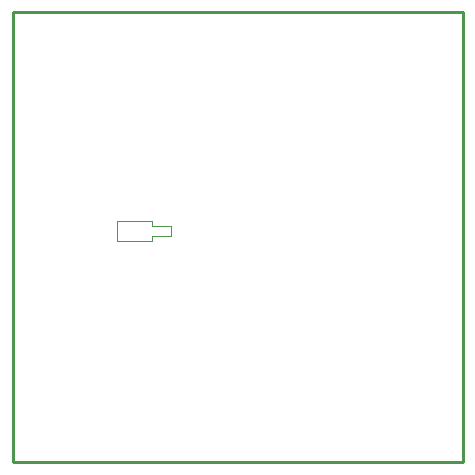
<source format=gbr>
G04 Layer_Color=32896*
%FSLAX26Y26*%
%MOIN*%
%TF.FileFunction,Other,Mechanical_4*%
%TF.Part,Single*%
G01*
G75*
%TA.AperFunction,NonConductor*%
%ADD23C,0.010000*%
%ADD38C,0.003937*%
D23*
X0Y0D02*
Y1500000D01*
Y0D02*
X1500000D01*
Y1500000D01*
X0D02*
X1500000D01*
D38*
X528110Y753284D02*
Y788717D01*
X463150Y753284D02*
X528110D01*
X462756Y788717D02*
X528110D01*
X463150Y736906D02*
Y753284D01*
X462756Y788717D02*
Y805095D01*
X347008D02*
X462756D01*
X347008Y736906D02*
Y805095D01*
Y736906D02*
X463150D01*
%TF.MD5,b048c6bc1c86a43f72e74d0671e8ee44*%
M02*

</source>
